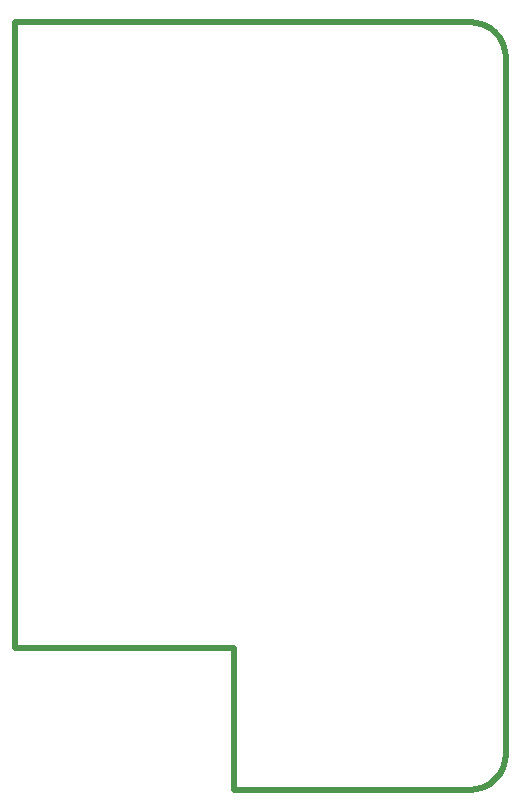
<source format=gko>
G04 Layer_Color=16711935*
%FSAX25Y25*%
%MOIN*%
G70*
G01*
G75*
%ADD34C,0.01969*%
D34*
X2255500Y1152500D02*
Y1199744D01*
X2182665Y1408405D02*
X2334240D01*
X2182665Y1199744D02*
Y1408405D01*
Y1199744D02*
X2255500D01*
Y1152500D02*
X2334240D01*
X2336544Y1152727D01*
X2338760Y1153399D01*
X2340802Y1154490D01*
X2342592Y1155959D01*
X2344061Y1157749D01*
X2345152Y1159791D01*
X2345824Y1162007D01*
X2346051Y1164311D01*
Y1396595D01*
X2345824Y1398899D02*
X2346051Y1396595D01*
X2345152Y1401114D02*
X2345824Y1398899D01*
X2344061Y1403156D02*
X2345152Y1401114D01*
X2342592Y1404946D02*
X2344061Y1403156D01*
X2340802Y1406415D02*
X2342592Y1404946D01*
X2338760Y1407506D02*
X2340802Y1406415D01*
X2336544Y1408179D02*
X2338760Y1407506D01*
X2334240Y1408405D02*
X2336544Y1408179D01*
M02*

</source>
